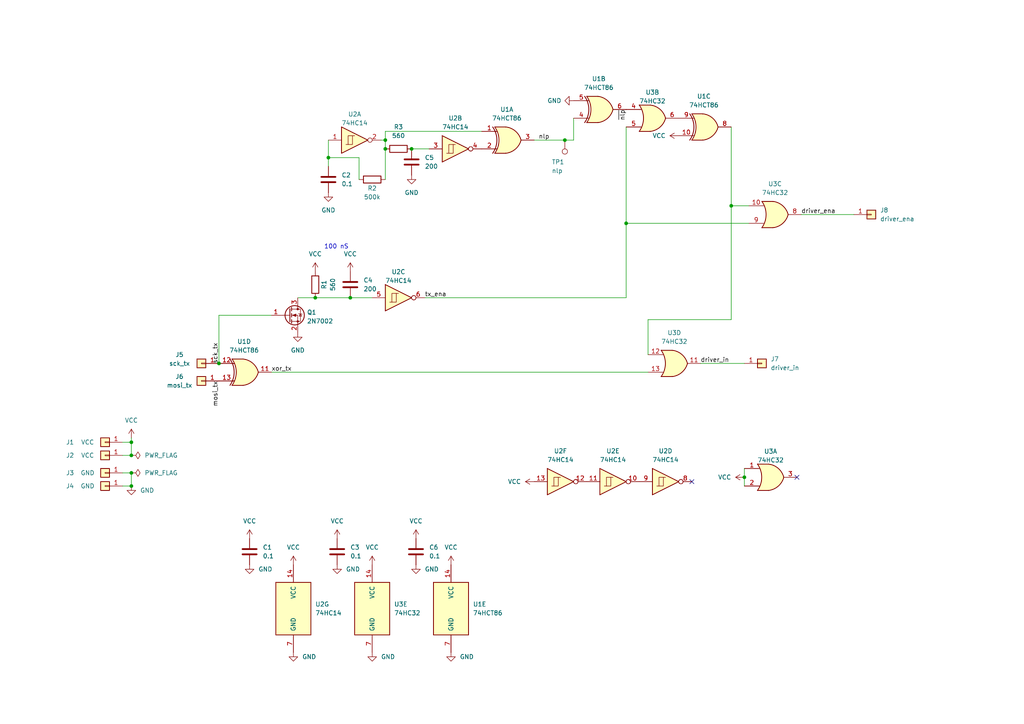
<source format=kicad_sch>
(kicad_sch (version 20211123) (generator eeschema)
  (paper "A4")
  (lib_symbols
    (symbol "74xx:74HC14" (pin_names (offset 1.016))
      (property "Reference" "U" (at 0 1.27 0))
      (property "Value" "74HC14" (at 0 -1.27 0))
      (symbol "74HC14_1_0"
        (polyline (pts (xy -3.81 3.81) (xy -3.81 -3.81) (xy 3.81 0) (xy -3.81 3.81)) (stroke (width 0.254)) (fill (type background)))
        (pin input line (at -7.62 0 0) (length 3.81) (name "~") (number "1"))
        (pin output inverted (at 7.62 0 180) (length 3.81) (name "~") (number "2"))
      )
      (symbol "74HC14_1_1"
        (polyline (pts (xy -1.905 -1.27) (xy -1.905 1.27) (xy -0.635 1.27)))
        (polyline (pts (xy -2.54 -1.27) (xy -0.635 -1.27) (xy -0.635 1.27) (xy 0 1.27)))
      )
      (symbol "74HC14_2_0"
        (polyline (pts (xy -3.81 3.81) (xy -3.81 -3.81) (xy 3.81 0) (xy -3.81 3.81)) (stroke (width 0.254)) (fill (type background)))
        (pin input line (at -7.62 0 0) (length 3.81) (name "~") (number "3"))
        (pin output inverted (at 7.62 0 180) (length 3.81) (name "~") (number "4"))
      )
      (symbol "74HC14_2_1"
        (polyline (pts (xy -1.905 -1.27) (xy -1.905 1.27) (xy -0.635 1.27)))
        (polyline (pts (xy -2.54 -1.27) (xy -0.635 -1.27) (xy -0.635 1.27) (xy 0 1.27)))
      )
      (symbol "74HC14_3_0"
        (polyline (pts (xy -3.81 3.81) (xy -3.81 -3.81) (xy 3.81 0) (xy -3.81 3.81)) (stroke (width 0.254)) (fill (type background)))
        (pin input line (at -7.62 0 0) (length 3.81) (name "~") (number "5"))
        (pin output inverted (at 7.62 0 180) (length 3.81) (name "~") (number "6"))
      )
      (symbol "74HC14_3_1"
        (polyline (pts (xy -1.905 -1.27) (xy -1.905 1.27) (xy -0.635 1.27)))
        (polyline (pts (xy -2.54 -1.27) (xy -0.635 -1.27) (xy -0.635 1.27) (xy 0 1.27)))
      )
      (symbol "74HC14_4_0"
        (polyline (pts (xy -3.81 3.81) (xy -3.81 -3.81) (xy 3.81 0) (xy -3.81 3.81)) (stroke (width 0.254)) (fill (type background)))
        (pin output inverted (at 7.62 0 180) (length 3.81) (name "~") (number "8"))
        (pin input line (at -7.62 0 0) (length 3.81) (name "~") (number "9"))
      )
      (symbol "74HC14_4_1"
        (polyline (pts (xy -1.905 -1.27) (xy -1.905 1.27) (xy -0.635 1.27)))
        (polyline (pts (xy -2.54 -1.27) (xy -0.635 -1.27) (xy -0.635 1.27) (xy 0 1.27)))
      )
      (symbol "74HC14_5_0"
        (polyline (pts (xy -3.81 3.81) (xy -3.81 -3.81) (xy 3.81 0) (xy -3.81 3.81)) (stroke (width 0.254)) (fill (type background)))
        (pin output inverted (at 7.62 0 180) (length 3.81) (name "~") (number "10"))
        (pin input line (at -7.62 0 0) (length 3.81) (name "~") (number "11"))
      )
      (symbol "74HC14_5_1"
        (polyline (pts (xy -1.905 -1.27) (xy -1.905 1.27) (xy -0.635 1.27)))
        (polyline (pts (xy -2.54 -1.27) (xy -0.635 -1.27) (xy -0.635 1.27) (xy 0 1.27)))
      )
      (symbol "74HC14_6_0"
        (polyline (pts (xy -3.81 3.81) (xy -3.81 -3.81) (xy 3.81 0) (xy -3.81 3.81)) (stroke (width 0.254)) (fill (type background)))
        (pin output inverted (at 7.62 0 180) (length 3.81) (name "~") (number "12"))
        (pin input line (at -7.62 0 0) (length 3.81) (name "~") (number "13"))
      )
      (symbol "74HC14_6_1"
        (polyline (pts (xy -1.905 -1.27) (xy -1.905 1.27) (xy -0.635 1.27)))
        (polyline (pts (xy -2.54 -1.27) (xy -0.635 -1.27) (xy -0.635 1.27) (xy 0 1.27)))
      )
      (symbol "74HC14_7_0"
        (pin power_in line (at 0 12.7 270) (length 5.08) (name "VCC") (number "14"))
        (pin power_in line (at 0 -12.7 90) (length 5.08) (name "GND") (number "7"))
      )
      (symbol "74HC14_7_1"
        (rectangle (start -5.08 7.62) (end 5.08 -7.62) (stroke (width 0.254)) (fill (type background)))
      )
    )
    (symbol "74xx:74HC86" (pin_names (offset 1.016))
      (property "Reference" "U" (at 0 1.27 0))
      (property "Value" "74HC86" (at 0 -1.27 0))
      (symbol "74HC86_1_0"
        (arc (start -4.4196 -3.81) (mid -3.2033 0) (end -4.4196 3.81) (stroke (width 0.254)))
        (arc (start -3.81 -3.81) (mid -2.589 0) (end -3.81 3.81) (stroke (width 0.254)))
        (arc (start -0.6096 -3.81) (mid 2.1842 -2.5851) (end 3.81 0) (stroke (width 0.254)) (fill (type background)))
        (polyline (pts (xy -3.81 -3.81) (xy -0.635 -3.81)) (stroke (width 0.254)) (fill (type background)))
        (polyline (pts (xy -3.81 3.81) (xy -0.635 3.81)) (stroke (width 0.254)) (fill (type background)))
        (polyline (pts (xy -0.635 3.81) (xy -3.81 3.81) (xy -3.81 3.81) (xy -3.556 3.4036) (xy -3.0226 2.2606) (xy -2.6924 1.0414) (xy -2.6162 -0.254) (xy -2.7686 -1.4986) (xy -3.175 -2.7178) (xy -3.81 -3.81) (xy -3.81 -3.81) (xy -0.635 -3.81)) (stroke (width -25.4)) (fill (type background)))
        (arc (start 3.81 0) (mid 2.1915 2.5936) (end -0.6096 3.81) (stroke (width 0.254)) (fill (type background)))
        (pin input line (at -7.62 2.54 0) (length 4.445) (name "~") (number "1"))
        (pin input line (at -7.62 -2.54 0) (length 4.445) (name "~") (number "2"))
        (pin output line (at 7.62 0 180) (length 3.81) (name "~") (number "3"))
      )
      (symbol "74HC86_1_1"
        (polyline (pts (xy -3.81 -2.54) (xy -3.175 -2.54)) (stroke (width 0.1524)))
        (polyline (pts (xy -3.81 2.54) (xy -3.175 2.54)) (stroke (width 0.1524)))
      )
      (symbol "74HC86_2_0"
        (arc (start -4.4196 -3.81) (mid -3.2033 0) (end -4.4196 3.81) (stroke (width 0.254)))
        (arc (start -3.81 -3.81) (mid -2.589 0) (end -3.81 3.81) (stroke (width 0.254)))
        (arc (start -0.6096 -3.81) (mid 2.1842 -2.5851) (end 3.81 0) (stroke (width 0.254)) (fill (type background)))
        (polyline (pts (xy -3.81 -3.81) (xy -0.635 -3.81)) (stroke (width 0.254)) (fill (type background)))
        (polyline (pts (xy -3.81 3.81) (xy -0.635 3.81)) (stroke (width 0.254)) (fill (type background)))
        (polyline (pts (xy -0.635 3.81) (xy -3.81 3.81) (xy -3.81 3.81) (xy -3.556 3.4036) (xy -3.0226 2.2606) (xy -2.6924 1.0414) (xy -2.6162 -0.254) (xy -2.7686 -1.4986) (xy -3.175 -2.7178) (xy -3.81 -3.81) (xy -3.81 -3.81) (xy -0.635 -3.81)) (stroke (width -25.4)) (fill (type background)))
        (arc (start 3.81 0) (mid 2.1915 2.5936) (end -0.6096 3.81) (stroke (width 0.254)) (fill (type background)))
        (pin input line (at -7.62 2.54 0) (length 4.445) (name "~") (number "4"))
        (pin input line (at -7.62 -2.54 0) (length 4.445) (name "~") (number "5"))
        (pin output line (at 7.62 0 180) (length 3.81) (name "~") (number "6"))
      )
      (symbol "74HC86_2_1"
        (polyline (pts (xy -3.81 -2.54) (xy -3.175 -2.54)) (stroke (width 0.1524)))
        (polyline (pts (xy -3.81 2.54) (xy -3.175 2.54)) (stroke (width 0.1524)))
      )
      (symbol "74HC86_3_0"
        (arc (start -4.4196 -3.81) (mid -3.2033 0) (end -4.4196 3.81) (stroke (width 0.254)))
        (arc (start -3.81 -3.81) (mid -2.589 0) (end -3.81 3.81) (stroke (width 0.254)))
        (arc (start -0.6096 -3.81) (mid 2.1842 -2.5851) (end 3.81 0) (stroke (width 0.254)) (fill (type background)))
        (polyline (pts (xy -3.81 -3.81) (xy -0.635 -3.81)) (stroke (width 0.254)) (fill (type background)))
        (polyline (pts (xy -3.81 3.81) (xy -0.635 3.81)) (stroke (width 0.254)) (fill (type background)))
        (polyline (pts (xy -0.635 3.81) (xy -3.81 3.81) (xy -3.81 3.81) (xy -3.556 3.4036) (xy -3.0226 2.2606) (xy -2.6924 1.0414) (xy -2.6162 -0.254) (xy -2.7686 -1.4986) (xy -3.175 -2.7178) (xy -3.81 -3.81) (xy -3.81 -3.81) (xy -0.635 -3.81)) (stroke (width -25.4)) (fill (type background)))
        (arc (start 3.81 0) (mid 2.1915 2.5936) (end -0.6096 3.81) (stroke (width 0.254)) (fill (type background)))
        (pin input line (at -7.62 -2.54 0) (length 4.445) (name "~") (number "10"))
        (pin output line (at 7.62 0 180) (length 3.81) (name "~") (number "8"))
        (pin input line (at -7.62 2.54 0) (length 4.445) (name "~") (number "9"))
      )
      (symbol "74HC86_3_1"
        (polyline (pts (xy -3.81 -2.54) (xy -3.175 -2.54)) (stroke (width 0.1524)))
        (polyline (pts (xy -3.81 2.54) (xy -3.175 2.54)) (stroke (width 0.1524)))
      )
      (symbol "74HC86_4_0"
        (arc (start -4.4196 -3.81) (mid -3.2033 0) (end -4.4196 3.81) (stroke (width 0.254)))
        (arc (start -3.81 -3.81) (mid -2.589 0) (end -3.81 3.81) (stroke (width 0.254)))
        (arc (start -0.6096 -3.81) (mid 2.1842 -2.5851) (end 3.81 0) (stroke (width 0.254)) (fill (type background)))
        (polyline (pts (xy -3.81 -3.81) (xy -0.635 -3.81)) (stroke (width 0.254)) (fill (type background)))
        (polyline (pts (xy -3.81 3.81) (xy -0.635 3.81)) (stroke (width 0.254)) (fill (type background)))
        (polyline (pts (xy -0.635 3.81) (xy -3.81 3.81) (xy -3.81 3.81) (xy -3.556 3.4036) (xy -3.0226 2.2606) (xy -2.6924 1.0414) (xy -2.6162 -0.254) (xy -2.7686 -1.4986) (xy -3.175 -2.7178) (xy -3.81 -3.81) (xy -3.81 -3.81) (xy -0.635 -3.81)) (stroke (width -25.4)) (fill (type background)))
        (arc (start 3.81 0) (mid 2.1915 2.5936) (end -0.6096 3.81) (stroke (width 0.254)) (fill (type background)))
        (pin output line (at 7.62 0 180) (length 3.81) (name "~") (number "11"))
        (pin input line (at -7.62 2.54 0) (length 4.445) (name "~") (number "12"))
        (pin input line (at -7.62 -2.54 0) (length 4.445) (name "~") (number "13"))
      )
      (symbol "74HC86_4_1"
        (polyline (pts (xy -3.81 -2.54) (xy -3.175 -2.54)) (stroke (width 0.1524)))
        (polyline (pts (xy -3.81 2.54) (xy -3.175 2.54)) (stroke (width 0.1524)))
      )
      (symbol "74HC86_5_0"
        (pin power_in line (at 0 12.7 270) (length 5.08) (name "VCC") (number "14"))
        (pin power_in line (at 0 -12.7 90) (length 5.08) (name "GND") (number "7"))
      )
      (symbol "74HC86_5_1"
        (rectangle (start -5.08 7.62) (end 5.08 -7.62) (stroke (width 0.254)) (fill (type background)))
      )
    )
    (symbol "74xx:74LS32" (pin_names (offset 1.016))
      (property "Reference" "U" (at 0 1.27 0))
      (property "Value" "74LS32" (at 0 -1.27 0))
      (symbol "74LS32_1_1"
        (arc (start -3.81 -3.81) (mid -2.589 0) (end -3.81 3.81) (stroke (width 0.254)))
        (arc (start -0.6096 -3.81) (mid 2.1842 -2.5851) (end 3.81 0) (stroke (width 0.254)) (fill (type background)))
        (polyline (pts (xy -3.81 -3.81) (xy -0.635 -3.81)) (stroke (width 0.254)) (fill (type background)))
        (polyline (pts (xy -3.81 3.81) (xy -0.635 3.81)) (stroke (width 0.254)) (fill (type background)))
        (polyline (pts (xy -0.635 3.81) (xy -3.81 3.81) (xy -3.81 3.81) (xy -3.556 3.4036) (xy -3.0226 2.2606) (xy -2.6924 1.0414) (xy -2.6162 -0.254) (xy -2.7686 -1.4986) (xy -3.175 -2.7178) (xy -3.81 -3.81) (xy -3.81 -3.81) (xy -0.635 -3.81)) (stroke (width -25.4)) (fill (type background)))
        (arc (start 3.81 0) (mid 2.1915 2.5936) (end -0.6096 3.81) (stroke (width 0.254)) (fill (type background)))
        (pin input line (at -7.62 2.54 0) (length 4.318) (name "~") (number "1"))
        (pin input line (at -7.62 -2.54 0) (length 4.318) (name "~") (number "2"))
        (pin output line (at 7.62 0 180) (length 3.81) (name "~") (number "3"))
      )
      (symbol "74LS32_1_2"
        (arc (start 0 -3.81) (mid 3.81 0) (end 0 3.81) (stroke (width 0.254)) (fill (type background)))
        (polyline (pts (xy 0 3.81) (xy -3.81 3.81) (xy -3.81 -3.81) (xy 0 -3.81)) (stroke (width 0.254)) (fill (type background)))
        (pin input inverted (at -7.62 2.54 0) (length 3.81) (name "~") (number "1"))
        (pin input inverted (at -7.62 -2.54 0) (length 3.81) (name "~") (number "2"))
        (pin output inverted (at 7.62 0 180) (length 3.81) (name "~") (number "3"))
      )
      (symbol "74LS32_2_1"
        (arc (start -3.81 -3.81) (mid -2.589 0) (end -3.81 3.81) (stroke (width 0.254)))
        (arc (start -0.6096 -3.81) (mid 2.1842 -2.5851) (end 3.81 0) (stroke (width 0.254)) (fill (type background)))
        (polyline (pts (xy -3.81 -3.81) (xy -0.635 -3.81)) (stroke (width 0.254)) (fill (type background)))
        (polyline (pts (xy -3.81 3.81) (xy -0.635 3.81)) (stroke (width 0.254)) (fill (type background)))
        (polyline (pts (xy -0.635 3.81) (xy -3.81 3.81) (xy -3.81 3.81) (xy -3.556 3.4036) (xy -3.0226 2.2606) (xy -2.6924 1.0414) (xy -2.6162 -0.254) (xy -2.7686 -1.4986) (xy -3.175 -2.7178) (xy -3.81 -3.81) (xy -3.81 -3.81) (xy -0.635 -3.81)) (stroke (width -25.4)) (fill (type background)))
        (arc (start 3.81 0) (mid 2.1915 2.5936) (end -0.6096 3.81) (stroke (width 0.254)) (fill (type background)))
        (pin input line (at -7.62 2.54 0) (length 4.318) (name "~") (number "4"))
        (pin input line (at -7.62 -2.54 0) (length 4.318) (name "~") (number "5"))
        (pin output line (at 7.62 0 180) (length 3.81) (name "~") (number "6"))
      )
      (symbol "74LS32_2_2"
        (arc (start 0 -3.81) (mid 3.81 0) (end 0 3.81) (stroke (width 0.254)) (fill (type background)))
        (polyline (pts (xy 0 3.81) (xy -3.81 3.81) (xy -3.81 -3.81) (xy 0 -3.81)) (stroke (width 0.254)) (fill (type background)))
        (pin input inverted (at -7.62 2.54 0) (length 3.81) (name "~") (number "4"))
        (pin input inverted (at -7.62 -2.54 0) (length 3.81) (name "~") (number "5"))
        (pin output inverted (at 7.62 0 180) (length 3.81) (name "~") (number "6"))
      )
      (symbol "74LS32_3_1"
        (arc (start -3.81 -3.81) (mid -2.589 0) (end -3.81 3.81) (stroke (width 0.254)))
        (arc (start -0.6096 -3.81) (mid 2.1842 -2.5851) (end 3.81 0) (stroke (width 0.254)) (fill (type background)))
        (polyline (pts (xy -3.81 -3.81) (xy -0.635 -3.81)) (stroke (width 0.254)) (fill (type background)))
        (polyline (pts (xy -3.81 3.81) (xy -0.635 3.81)) (stroke (width 0.254)) (fill (type background)))
        (polyline (pts (xy -0.635 3.81) (xy -3.81 3.81) (xy -3.81 3.81) (xy -3.556 3.4036) (xy -3.0226 2.2606) (xy -2.6924 1.0414) (xy -2.6162 -0.254) (xy -2.7686 -1.4986) (xy -3.175 -2.7178) (xy -3.81 -3.81) (xy -3.81 -3.81) (xy -0.635 -3.81)) (stroke (width -25.4)) (fill (type background)))
        (arc (start 3.81 0) (mid 2.1915 2.5936) (end -0.6096 3.81) (stroke (width 0.254)) (fill (type background)))
        (pin input line (at -7.62 -2.54 0) (length 4.318) (name "~") (number "10"))
        (pin output line (at 7.62 0 180) (length 3.81) (name "~") (number "8"))
        (pin input line (at -7.62 2.54 0) (length 4.318) (name "~") (number "9"))
      )
      (symbol "74LS32_3_2"
        (arc (start 0 -3.81) (mid 3.81 0) (end 0 3.81) (stroke (width 0.254)) (fill (type background)))
        (polyline (pts (xy 0 3.81) (xy -3.81 3.81) (xy -3.81 -3.81) (xy 0 -3.81)) (stroke (width 0.254)) (fill (type background)))
        (pin input inverted (at -7.62 -2.54 0) (length 3.81) (name "~") (number "10"))
        (pin output inverted (at 7.62 0 180) (length 3.81) (name "~") (number "8"))
        (pin input inverted (at -7.62 2.54 0) (length 3.81) (name "~") (number "9"))
      )
      (symbol "74LS32_4_1"
        (arc (start -3.81 -3.81) (mid -2.589 0) (end -3.81 3.81) (stroke (width 0.254)))
        (arc (start -0.6096 -3.81) (mid 2.1842 -2.5851) (end 3.81 0) (stroke (width 0.254)) (fill (type background)))
        (polyline (pts (xy -3.81 -3.81) (xy -0.635 -3.81)) (stroke (width 0.254)) (fill (type background)))
        (polyline (pts (xy -3.81 3.81) (xy -0.635 3.81)) (stroke (width 0.254)) (fill (type background)))
        (polyline (pts (xy -0.635 3.81) (xy -3.81 3.81) (xy -3.81 3.81) (xy -3.556 3.4036) (xy -3.0226 2.2606) (xy -2.6924 1.0414) (xy -2.6162 -0.254) (xy -2.7686 -1.4986) (xy -3.175 -2.7178) (xy -3.81 -3.81) (xy -3.81 -3.81) (xy -0.635 -3.81)) (stroke (width -25.4)) (fill (type background)))
        (arc (start 3.81 0) (mid 2.1915 2.5936) (end -0.6096 3.81) (stroke (width 0.254)) (fill (type background)))
        (pin output line (at 7.62 0 180) (length 3.81) (name "~") (number "11"))
        (pin input line (at -7.62 2.54 0) (length 4.318) (name "~") (number "12"))
        (pin input line (at -7.62 -2.54 0) (length 4.318) (name "~") (number "13"))
      )
      (symbol "74LS32_4_2"
        (arc (start 0 -3.81) (mid 3.81 0) (end 0 3.81) (stroke (width 0.254)) (fill (type background)))
        (polyline (pts (xy 0 3.81) (xy -3.81 3.81) (xy -3.81 -3.81) (xy 0 -3.81)) (stroke (width 0.254)) (fill (type background)))
        (pin output inverted (at 7.62 0 180) (length 3.81) (name "~") (number "11"))
        (pin input inverted (at -7.62 2.54 0) (length 3.81) (name "~") (number "12"))
        (pin input inverted (at -7.62 -2.54 0) (length 3.81) (name "~") (number "13"))
      )
      (symbol "74LS32_5_0"
        (pin power_in line (at 0 12.7 270) (length 5.08) (name "VCC") (number "14"))
        (pin power_in line (at 0 -12.7 90) (length 5.08) (name "GND") (number "7"))
      )
      (symbol "74LS32_5_1"
        (rectangle (start -5.08 7.62) (end 5.08 -7.62) (stroke (width 0.254)) (fill (type background)))
      )
    )
    (symbol "Connector:TestPoint" (pin_numbers hide) (pin_names (offset 0.762) hide)
      (property "Reference" "TP" (at 0 6.858 0))
      (property "Value" "TestPoint" (at 0 5.08 0))
      (symbol "TestPoint_0_1"
        (circle (center 0 3.302) (radius 0.762))
      )
      (symbol "TestPoint_1_1"
        (pin passive line (at 0 0 90) (length 2.54) (name "1") (number "1"))
      )
    )
    (symbol "Connector_Generic:Conn_01x01" (pin_names (offset 1.016) hide)
      (property "Reference" "J" (at 0 2.54 0))
      (property "Value" "Conn_01x01" (at 0 -2.54 0))
      (symbol "Conn_01x01_1_1"
        (rectangle (start -1.27 0.127) (end 0 -0.127) (stroke (width 0.1524)))
        (rectangle (start -1.27 1.27) (end 1.27 -1.27) (stroke (width 0.254)) (fill (type background)))
        (pin passive line (at -5.08 0 0) (length 3.81) (name "Pin_1") (number "1"))
      )
    )
    (symbol "Device:C" (pin_numbers hide) (pin_names (offset 0.254))
      (property "Reference" "C" (at 0.635 2.54 0))
      (property "Value" "C" (at 0.635 -2.54 0))
      (symbol "C_0_1"
        (polyline (pts (xy -2.032 -0.762) (xy 2.032 -0.762)) (stroke (width 0.508)))
        (polyline (pts (xy -2.032 0.762) (xy 2.032 0.762)) (stroke (width 0.508)))
      )
      (symbol "C_1_1"
        (pin passive line (at 0 3.81 270) (length 2.794) (name "~") (number "1"))
        (pin passive line (at 0 -3.81 90) (length 2.794) (name "~") (number "2"))
      )
    )
    (symbol "Device:Q_NMOS_GSD" (pin_names (offset 0) hide)
      (property "Reference" "Q" (at 5.08 1.27 0))
      (property "Value" "Q_NMOS_GSD" (at 5.08 -1.27 0))
      (symbol "Q_NMOS_GSD_0_1"
        (polyline (pts (xy 0.254 0) (xy -2.54 0)))
        (polyline (pts (xy 0.254 1.905) (xy 0.254 -1.905)) (stroke (width 0.254)))
        (polyline (pts (xy 0.762 -1.27) (xy 0.762 -2.286)) (stroke (width 0.254)))
        (polyline (pts (xy 0.762 0.508) (xy 0.762 -0.508)) (stroke (width 0.254)))
        (polyline (pts (xy 0.762 2.286) (xy 0.762 1.27)) (stroke (width 0.254)))
        (polyline (pts (xy 2.54 2.54) (xy 2.54 1.778)))
        (polyline (pts (xy 2.54 -2.54) (xy 2.54 0) (xy 0.762 0)))
        (polyline (pts (xy 0.762 -1.778) (xy 3.302 -1.778) (xy 3.302 1.778) (xy 0.762 1.778)))
        (polyline (pts (xy 1.016 0) (xy 2.032 0.381) (xy 2.032 -0.381) (xy 1.016 0)) (fill (type outline)))
        (polyline (pts (xy 2.794 0.508) (xy 2.921 0.381) (xy 3.683 0.381) (xy 3.81 0.254)))
        (polyline (pts (xy 3.302 0.381) (xy 2.921 -0.254) (xy 3.683 -0.254) (xy 3.302 0.381)))
        (circle (center 1.651 0) (radius 2.794) (stroke (width 0.254)))
        (circle (center 2.54 -1.778) (radius 0.254) (fill (type outline)))
        (circle (center 2.54 1.778) (radius 0.254) (fill (type outline)))
      )
      (symbol "Q_NMOS_GSD_1_1"
        (pin input line (at -5.08 0 0) (length 2.54) (name "G") (number "1"))
        (pin passive line (at 2.54 -5.08 90) (length 2.54) (name "S") (number "2"))
        (pin passive line (at 2.54 5.08 270) (length 2.54) (name "D") (number "3"))
      )
    )
    (symbol "Device:R" (pin_numbers hide) (pin_names (offset 0))
      (property "Reference" "R" (at 2.032 0 90))
      (property "Value" "R" (at 0 0 90))
      (symbol "R_0_1"
        (rectangle (start -1.016 -2.54) (end 1.016 2.54) (stroke (width 0.254)))
      )
      (symbol "R_1_1"
        (pin passive line (at 0 3.81 270) (length 1.27) (name "~") (number "1"))
        (pin passive line (at 0 -3.81 90) (length 1.27) (name "~") (number "2"))
      )
    )
    (symbol "power:GND" (power) (pin_names (offset 0))
      (property "Value" "GND" (at 0 -3.81 0))
      (symbol "GND_0_1"
        (polyline (pts (xy 0 0) (xy 0 -1.27) (xy 1.27 -1.27) (xy 0 -2.54) (xy -1.27 -1.27) (xy 0 -1.27)))
      )
      (symbol "GND_1_1"
        (pin power_in line (at 0 0 270) (length 0) hide (name "GND") (number "1"))
      )
    )
    (symbol "power:PWR_FLAG" (power) (pin_numbers hide) (pin_names (offset 0) hide)
      (property "Value" "PWR_FLAG" (at 0 3.81 0))
      (symbol "PWR_FLAG_0_0"
        (pin power_out line (at 0 0 90) (length 0) (name "pwr") (number "1"))
      )
      (symbol "PWR_FLAG_0_1"
        (polyline (pts (xy 0 0) (xy 0 1.27) (xy -1.016 1.905) (xy 0 2.54) (xy 1.016 1.905) (xy 0 1.27)))
      )
    )
    (symbol "power:VCC" (power) (pin_names (offset 0))
      (property "Value" "VCC" (at 0 3.81 0))
      (symbol "VCC_0_1"
        (polyline (pts (xy -0.762 1.27) (xy 0 2.54)))
        (polyline (pts (xy 0 0) (xy 0 2.54)))
        (polyline (pts (xy 0 2.54) (xy 0.762 1.27)))
      )
      (symbol "VCC_1_1"
        (pin power_in line (at 0 0 90) (length 0) hide (name "VCC") (number "1"))
      )
    )
  )
  (junction (at 38.1 137.16))
  (junction (at 215.9 138.43))
  (junction (at 111.76 40.64))
  (junction (at 63.5 105.41))
  (junction (at 212.09 59.69))
  (junction (at 38.1 132.08))
  (junction (at 95.25 45.72))
  (junction (at 181.61 64.77))
  (junction (at 91.44 86.36))
  (junction (at 119.38 43.18))
  (junction (at 163.83 40.64))
  (junction (at 38.1 128.27))
  (junction (at 111.76 43.18))
  (junction (at 38.1 140.97))
  (junction (at 101.6 86.36))
  (no_connect (at 200.66 139.7))
  (no_connect (at 231.14 138.43))
  (wire (pts (xy 154.94 40.64) (xy 163.83 40.64)))
  (wire (pts (xy 38.1 128.27) (xy 38.1 127)))
  (wire (pts (xy 104.14 45.72) (xy 104.14 52.07)))
  (wire (pts (xy 95.25 45.72) (xy 95.25 48.26)))
  (wire (pts (xy 111.76 38.1) (xy 139.7 38.1)))
  (wire (pts (xy 215.9 135.89) (xy 215.9 138.43)))
  (wire (pts (xy 111.76 40.64) (xy 111.76 38.1)))
  (wire (pts (xy 212.09 36.83) (xy 212.09 59.69)))
  (wire (pts (xy 181.61 64.77) (xy 181.61 36.83)))
  (wire (pts (xy 35.56 128.27) (xy 38.1 128.27)))
  (wire (pts (xy 187.96 92.71) (xy 187.96 102.87)))
  (wire (pts (xy 111.76 43.18) (xy 111.76 40.64)))
  (wire (pts (xy 166.37 34.29) (xy 166.37 40.64)))
  (wire (pts (xy 232.41 62.23) (xy 247.65 62.23)))
  (wire (pts (xy 35.56 132.08) (xy 38.1 132.08)))
  (wire (pts (xy 86.36 86.36) (xy 91.44 86.36)))
  (wire (pts (xy 38.1 137.16) (xy 38.1 140.97)))
  (wire (pts (xy 119.38 43.18) (xy 124.46 43.18)))
  (wire (pts (xy 212.09 59.69) (xy 217.17 59.69)))
  (wire (pts (xy 212.09 59.69) (xy 212.09 92.71)))
  (wire (pts (xy 95.25 45.72) (xy 104.14 45.72)))
  (wire (pts (xy 111.76 52.07) (xy 111.76 43.18)))
  (wire (pts (xy 110.49 40.64) (xy 111.76 40.64)))
  (wire (pts (xy 181.61 86.36) (xy 181.61 64.77)))
  (wire (pts (xy 215.9 138.43) (xy 215.9 140.97)))
  (wire (pts (xy 203.2 105.41) (xy 215.9 105.41)))
  (wire (pts (xy 101.6 86.36) (xy 107.95 86.36)))
  (wire (pts (xy 63.5 91.44) (xy 78.74 91.44)))
  (wire (pts (xy 123.19 86.36) (xy 181.61 86.36)))
  (wire (pts (xy 38.1 132.08) (xy 38.1 128.27)))
  (wire (pts (xy 212.09 92.71) (xy 187.96 92.71)))
  (wire (pts (xy 35.56 137.16) (xy 38.1 137.16)))
  (wire (pts (xy 181.61 64.77) (xy 217.17 64.77)))
  (wire (pts (xy 95.25 40.64) (xy 95.25 45.72)))
  (wire (pts (xy 78.74 107.95) (xy 187.96 107.95)))
  (wire (pts (xy 63.5 105.41) (xy 63.5 91.44)))
  (wire (pts (xy 91.44 86.36) (xy 101.6 86.36)))
  (wire (pts (xy 35.56 140.97) (xy 38.1 140.97)))
  (wire (pts (xy 163.83 40.64) (xy 166.37 40.64)))
  (text "100 nS" (at 93.98 72.39 0) (effects (font (size 1.27 1.27)) (justify left bottom)))
  (label "driver_ena" (at 232.41 62.23 0))
  (label "nlp" (at 156.21 40.64 0))
  (label "tx_ena" (at 123.19 86.36 0))
  (label "xor_tx" (at 78.74 107.95 0))
  (label "mosi_tx" (at 63.5 110.49 270))
  (label "driver_in" (at 203.2 105.41 0))
  (label "~{nlp}" (at 181.61 31.75 270))
  (label "sck_tx" (at 63.5 105.41 90))
  (symbol (lib_id "power:VCC") (at 120.65 156.21 0) (unit 1)
    (property "Reference" "#PWR016" (effects hide))
    (property "Value" "VCC" (at 120.65 151.13 0))
  )
  (symbol (lib_id "74xx:74HC86") (at 147.32 40.64 0) (unit 1)
    (property "Reference" "U1" (at 147.0152 31.75 0))
    (property "Value" "74HCT86" (at 147.0152 34.29 0))
    (property "Footprint" "Package_DIP:DIP-14_W7.62mm" (effects hide))
    (property "Datasheet" "http://www.ti.com/lit/gpn/sn74HC86" (effects hide))
  )
  (symbol (lib_id "Device:R") (at 91.44 82.55 180) (unit 1)
    (property "Reference" "R1" (at 93.98 82.55 90))
    (property "Value" "560" (at 96.52 82.55 90))
    (property "Footprint" "Resistor_SMD:R_0805_2012Metric" (effects hide))
  )
  (symbol (lib_id "power:PWR_FLAG") (at 38.1 137.16 270) (unit 1)
    (property "Reference" "#FLG02" (effects hide))
    (property "Value" "PWR_FLAG" (at 41.91 137.1599 90) (effects (justify left)))
  )
  (symbol (lib_id "power:VCC") (at 107.95 163.83 0) (unit 1)
    (property "Reference" "#PWR013" (effects hide))
    (property "Value" "VCC" (at 107.95 158.75 0))
  )
  (symbol (lib_id "power:VCC") (at 215.9 138.43 90) (unit 1)
    (property "Reference" "#PWR022" (effects hide))
    (property "Value" "VCC" (at 212.09 138.4299 90) (effects (justify left)))
  )
  (symbol (lib_id "74xx:74HC86") (at 130.81 176.53 0) (unit 5)
    (property "Reference" "U1" (at 137.16 175.2599 0) (effects (justify left)))
    (property "Value" "74HCT86" (at 137.16 177.7999 0) (effects (justify left)))
    (property "Footprint" "Package_DIP:DIP-14_W7.62mm" (effects hide))
    (property "Datasheet" "http://www.ti.com/lit/gpn/sn74HC86" (effects hide))
  )
  (symbol (lib_id "power:GND") (at 72.39 163.83 0) (unit 1)
    (property "Reference" "#PWR04" (effects hide))
    (property "Value" "GND" (at 74.93 165.0999 0) (effects (justify left)))
  )
  (symbol (lib_id "Connector_Generic:Conn_01x01") (at 30.48 128.27 180) (unit 1)
    (property "Reference" "J1" (at 20.32 128.27 0))
    (property "Value" "VCC" (at 25.4 128.27 0))
    (property "Footprint" "Connector_Wire:SolderWire-0.5sqmm_1x01_D0.9mm_OD2.3mm_Relief" (effects hide))
  )
  (symbol (lib_id "74xx:74HC86") (at 71.12 107.95 0) (unit 4)
    (property "Reference" "U1" (at 70.8152 99.06 0))
    (property "Value" "74HCT86" (at 70.8152 101.6 0))
    (property "Footprint" "Package_DIP:DIP-14_W7.62mm" (effects hide))
    (property "Datasheet" "http://www.ti.com/lit/gpn/sn74HC86" (effects hide))
  )
  (symbol (lib_id "Device:C") (at 97.79 160.02 0) (unit 1)
    (property "Reference" "C3" (at 101.6 158.7499 0) (effects (justify left)))
    (property "Value" "0.1" (at 101.6 161.2899 0) (effects (justify left)))
    (property "Footprint" "Capacitor_SMD:C_0805_2012Metric" (effects hide))
  )
  (symbol (lib_id "74xx:74HC14") (at 162.56 139.7 0) (unit 6)
    (property "Reference" "U2" (at 162.56 130.81 0))
    (property "Value" "74HC14" (at 162.56 133.35 0))
    (property "Footprint" "Package_SO:SOIC-14_3.9x8.7mm_P1.27mm" (effects hide))
    (property "Datasheet" "http://www.ti.com/lit/gpn/sn74HC14" (effects hide))
  )
  (symbol (lib_id "Device:C") (at 101.6 82.55 0) (unit 1)
    (property "Reference" "C4" (at 105.41 81.2799 0) (effects (justify left)))
    (property "Value" "200" (at 105.41 83.8199 0) (effects (justify left)))
    (property "Footprint" "Capacitor_SMD:C_0805_2012Metric" (effects hide))
  )
  (symbol (lib_id "Connector_Generic:Conn_01x01") (at 30.48 132.08 180) (unit 1)
    (property "Reference" "J2" (at 20.32 132.08 0))
    (property "Value" "VCC" (at 25.4 132.08 0))
    (property "Footprint" "Connector_Wire:SolderWire-0.5sqmm_1x01_D0.9mm_OD2.3mm_Relief" (effects hide))
  )
  (symbol (lib_id "power:GND") (at 130.81 189.23 0) (unit 1)
    (property "Reference" "#PWR019" (effects hide))
    (property "Value" "GND" (at 133.35 190.4999 0) (effects (justify left)))
  )
  (symbol (lib_id "Connector_Generic:Conn_01x01") (at 58.42 105.41 180) (unit 1)
    (property "Reference" "J5" (at 52.07 102.87 0))
    (property "Value" "sck_tx" (at 52.07 105.41 0))
    (property "Footprint" "Connector_Wire:SolderWire-0.5sqmm_1x01_D0.9mm_OD2.3mm_Relief" (effects hide))
  )
  (symbol (lib_id "Connector_Generic:Conn_01x01") (at 58.42 110.49 180) (unit 1)
    (property "Reference" "J6" (at 52.07 109.22 0))
    (property "Value" "mosi_tx" (at 52.07 111.76 0))
    (property "Footprint" "Connector_Wire:SolderWire-0.5sqmm_1x01_D0.9mm_OD2.3mm_Relief" (effects hide))
  )
  (symbol (lib_id "power:VCC") (at 154.94 139.7 90) (unit 1)
    (property "Reference" "#PWR018" (effects hide))
    (property "Value" "VCC" (at 151.13 139.6999 90) (effects (justify left)))
  )
  (symbol (lib_id "74xx:74HC14") (at 115.57 86.36 0) (unit 3)
    (property "Reference" "U2" (at 115.57 78.8502 0))
    (property "Value" "74HC14" (at 115.57 81.3871 0))
    (property "Footprint" "Package_SO:SOIC-14_3.9x8.7mm_P1.27mm" (effects hide))
    (property "Datasheet" "http://www.ti.com/lit/gpn/sn74HC14" (effects hide))
  )
  (symbol (lib_id "power:VCC") (at 85.09 163.83 0) (unit 1)
    (property "Reference" "#PWR05" (effects hide))
    (property "Value" "VCC" (at 85.09 158.75 0))
  )
  (symbol (lib_id "power:VCC") (at 97.79 156.21 0) (unit 1)
    (property "Reference" "#PWR010" (effects hide))
    (property "Value" "VCC" (at 97.79 151.13 0))
  )
  (symbol (lib_id "power:VCC") (at 130.81 163.83 0) (unit 1)
    (property "Reference" "#PWR0101" (effects hide))
    (property "Value" "VCC" (at 130.81 158.75 0))
  )
  (symbol (lib_id "74xx:74HC86") (at 204.47 36.83 0) (unit 3)
    (property "Reference" "U1" (at 204.1652 27.94 0))
    (property "Value" "74HCT86" (at 204.1652 30.48 0))
    (property "Footprint" "Package_DIP:DIP-14_W7.62mm" (effects hide))
    (property "Datasheet" "http://www.ti.com/lit/gpn/sn74HC86" (effects hide))
  )
  (symbol (lib_id "power:VCC") (at 72.39 156.21 0) (unit 1)
    (property "Reference" "#PWR03" (effects hide))
    (property "Value" "VCC" (at 72.39 151.13 0))
  )
  (symbol (lib_id "74xx:74LS32") (at 107.95 176.53 0) (unit 5)
    (property "Reference" "U3" (at 114.3 175.2599 0) (effects (justify left)))
    (property "Value" "74HC32" (at 114.3 177.7999 0) (effects (justify left)))
    (property "Footprint" "Package_SO:SOIC-14_3.9x8.7mm_P1.27mm" (effects hide))
    (property "Datasheet" "http://www.ti.com/lit/gpn/sn74LS32" (effects hide))
  )
  (symbol (lib_id "power:GND") (at 97.79 163.83 0) (unit 1)
    (property "Reference" "#PWR011" (effects hide))
    (property "Value" "GND" (at 100.33 165.0999 0) (effects (justify left)))
  )
  (symbol (lib_id "Device:C") (at 72.39 160.02 0) (unit 1)
    (property "Reference" "C1" (at 76.2 158.7499 0) (effects (justify left)))
    (property "Value" "0.1" (at 76.2 161.2899 0) (effects (justify left)))
    (property "Footprint" "Capacitor_SMD:C_0805_2012Metric" (effects hide))
  )
  (symbol (lib_id "74xx:74LS32") (at 224.79 62.23 0) (mirror x) (unit 3)
    (property "Reference" "U3" (at 224.79 53.34 0))
    (property "Value" "74HC32" (at 224.79 55.88 0))
    (property "Footprint" "Package_SO:SOIC-14_3.9x8.7mm_P1.27mm" (effects hide))
    (property "Datasheet" "http://www.ti.com/lit/gpn/sn74LS32" (effects hide))
  )
  (symbol (lib_id "74xx:74HC14") (at 193.04 139.7 0) (unit 4)
    (property "Reference" "U2" (at 193.04 130.81 0))
    (property "Value" "74HC14" (at 193.04 133.35 0))
    (property "Footprint" "Package_SO:SOIC-14_3.9x8.7mm_P1.27mm" (effects hide))
    (property "Datasheet" "http://www.ti.com/lit/gpn/sn74HC14" (effects hide))
  )
  (symbol (lib_id "Connector_Generic:Conn_01x01") (at 30.48 140.97 180) (unit 1)
    (property "Reference" "J4" (at 20.32 140.97 0))
    (property "Value" "GND" (at 25.4 140.97 0))
    (property "Footprint" "Connector_Wire:SolderWire-0.5sqmm_1x01_D0.9mm_OD2.3mm_Relief" (effects hide))
  )
  (symbol (lib_id "power:VCC") (at 91.44 78.74 0) (unit 1)
    (property "Reference" "#PWR08" (effects hide))
    (property "Value" "VCC" (at 91.44 73.66 0))
  )
  (symbol (lib_id "74xx:74LS32") (at 189.23 34.29 0) (unit 2)
    (property "Reference" "U3" (at 189.23 26.7802 0))
    (property "Value" "74HC32" (at 189.23 29.3171 0))
    (property "Footprint" "Package_SO:SOIC-14_3.9x8.7mm_P1.27mm" (effects hide))
    (property "Datasheet" "http://www.ti.com/lit/gpn/sn74LS32" (effects hide))
  )
  (symbol (lib_id "Device:R") (at 107.95 52.07 90) (unit 1)
    (property "Reference" "R2" (at 107.95 54.61 90))
    (property "Value" "500k" (at 107.95 57.15 90))
    (property "Footprint" "Resistor_THT:R_Axial_DIN0207_L6.3mm_D2.5mm_P7.62mm_Horizontal" (effects hide))
  )
  (symbol (lib_id "74xx:74HC86") (at 173.99 31.75 0) (mirror x) (unit 2)
    (property "Reference" "U1" (at 173.6852 22.86 0))
    (property "Value" "74HCT86" (at 173.6852 25.4 0))
    (property "Footprint" "Package_DIP:DIP-14_W7.62mm" (effects hide))
    (property "Datasheet" "http://www.ti.com/lit/gpn/sn74HC86" (effects hide))
  )
  (symbol (lib_id "power:GND") (at 107.95 189.23 0) (unit 1)
    (property "Reference" "#PWR014" (effects hide))
    (property "Value" "GND" (at 110.49 190.4999 0) (effects (justify left)))
  )
  (symbol (lib_id "Connector_Generic:Conn_01x01") (at 252.73 62.23 0) (unit 1)
    (property "Reference" "J8" (at 255.27 60.9599 0) (effects (justify left)))
    (property "Value" "driver_ena" (at 255.27 63.4999 0) (effects (justify left)))
    (property "Footprint" "Connector_Wire:SolderWire-0.5sqmm_1x01_D0.9mm_OD2.3mm_Relief" (effects hide))
  )
  (symbol (lib_id "Device:C") (at 120.65 160.02 0) (unit 1)
    (property "Reference" "C6" (at 124.46 158.7499 0) (effects (justify left)))
    (property "Value" "0.1" (at 124.46 161.2899 0) (effects (justify left)))
    (property "Footprint" "Capacitor_SMD:C_0805_2012Metric" (effects hide))
  )
  (symbol (lib_id "74xx:74HC14") (at 85.09 176.53 0) (unit 7)
    (property "Reference" "U2" (at 91.44 175.2599 0) (effects (justify left)))
    (property "Value" "74HC14" (at 91.44 177.7999 0) (effects (justify left)))
    (property "Footprint" "Package_SO:SOIC-14_3.9x8.7mm_P1.27mm" (effects hide))
    (property "Datasheet" "http://www.ti.com/lit/gpn/sn74HC14" (effects hide))
  )
  (symbol (lib_id "power:PWR_FLAG") (at 38.1 132.08 270) (unit 1)
    (property "Reference" "#FLG01" (effects hide))
    (property "Value" "PWR_FLAG" (at 41.91 132.0799 90) (effects (justify left)))
  )
  (symbol (lib_id "power:GND") (at 95.25 55.88 0) (unit 1)
    (property "Reference" "#PWR09" (effects hide))
    (property "Value" "GND" (at 95.25 60.96 0))
  )
  (symbol (lib_id "74xx:74LS32") (at 195.58 105.41 0) (unit 4)
    (property "Reference" "U3" (at 195.58 96.52 0))
    (property "Value" "74HC32" (at 195.58 99.06 0))
    (property "Footprint" "Package_SO:SOIC-14_3.9x8.7mm_P1.27mm" (effects hide))
    (property "Datasheet" "http://www.ti.com/lit/gpn/sn74LS32" (effects hide))
  )
  (symbol (lib_id "Connector_Generic:Conn_01x01") (at 220.98 105.41 0) (unit 1)
    (property "Reference" "J7" (at 223.52 104.1399 0) (effects (justify left)))
    (property "Value" "driver_in" (at 223.52 106.6799 0) (effects (justify left)))
    (property "Footprint" "Connector_Wire:SolderWire-0.5sqmm_1x01_D0.9mm_OD2.3mm_Relief" (effects hide))
  )
  (symbol (lib_id "74xx:74HC14") (at 177.8 139.7 0) (unit 5)
    (property "Reference" "U2" (at 177.8 130.81 0))
    (property "Value" "74HC14" (at 177.8 133.35 0))
    (property "Footprint" "Package_SO:SOIC-14_3.9x8.7mm_P1.27mm" (effects hide))
    (property "Datasheet" "http://www.ti.com/lit/gpn/sn74HC14" (effects hide))
  )
  (symbol (lib_id "74xx:74LS32") (at 223.52 138.43 0) (unit 1)
    (property "Reference" "U3" (at 223.52 130.9202 0))
    (property "Value" "74HC32" (at 223.52 133.4571 0))
    (property "Footprint" "Package_SO:SOIC-14_3.9x8.7mm_P1.27mm" (effects hide))
    (property "Datasheet" "http://www.ti.com/lit/gpn/sn74LS32" (effects hide))
  )
  (symbol (lib_id "74xx:74HC14") (at 102.87 40.64 0) (unit 1)
    (property "Reference" "U2" (at 102.87 33.1302 0))
    (property "Value" "74HC14" (at 102.87 35.6671 0))
    (property "Footprint" "Package_SO:SOIC-14_3.9x8.7mm_P1.27mm" (effects hide))
    (property "Datasheet" "http://www.ti.com/lit/gpn/sn74HC14" (effects hide))
  )
  (symbol (lib_id "Device:Q_NMOS_GSD") (at 83.82 91.44 0) (unit 1)
    (property "Reference" "Q1" (at 89.027 90.6053 0) (effects (justify left)))
    (property "Value" "2N7002" (at 89.027 93.1422 0) (effects (justify left)))
    (property "Footprint" "Package_TO_SOT_SMD:SOT-23" (effects hide))
  )
  (symbol (lib_id "74xx:74HC14") (at 132.08 43.18 0) (unit 2)
    (property "Reference" "U2" (at 132.08 34.29 0))
    (property "Value" "74HC14" (at 132.08 36.83 0))
    (property "Footprint" "Package_SO:SOIC-14_3.9x8.7mm_P1.27mm" (effects hide))
    (property "Datasheet" "http://www.ti.com/lit/gpn/sn74HC14" (effects hide))
  )
  (symbol (lib_id "Device:C") (at 95.25 52.07 0) (unit 1)
    (property "Reference" "C2" (at 99.06 50.7999 0) (effects (justify left)))
    (property "Value" "0.1" (at 99.06 53.3399 0) (effects (justify left)))
    (property "Footprint" "Capacitor_THT:C_Disc_D4.3mm_W1.9mm_P5.00mm" (effects hide))
  )
  (symbol (lib_id "Connector:TestPoint") (at 163.83 40.64 180) (unit 1)
    (property "Reference" "TP1" (at 160.02 46.99 0) (effects (justify right)))
    (property "Value" "nlp" (at 160.02 49.53 0) (effects (justify right)))
    (property "Footprint" "TestPoint:TestPoint_Pad_D3.0mm" (effects hide))
  )
  (symbol (lib_id "power:GND") (at 38.1 140.97 0) (unit 1)
    (property "Reference" "#PWR02" (effects hide))
    (property "Value" "GND" (at 40.64 142.2399 0) (effects (justify left)))
  )
  (symbol (lib_id "power:GND") (at 86.36 96.52 0) (unit 1)
    (property "Reference" "#PWR07" (effects hide))
    (property "Value" "GND" (at 86.36 101.6 0))
  )
  (symbol (lib_id "power:VCC") (at 101.6 78.74 0) (unit 1)
    (property "Reference" "#PWR012" (effects hide))
    (property "Value" "VCC" (at 101.6 73.66 0))
  )
  (symbol (lib_id "power:VCC") (at 196.85 39.37 90) (unit 1)
    (property "Reference" "#PWR021" (effects hide))
    (property "Value" "VCC" (at 189.23 39.37 90) (effects (justify right)))
  )
  (symbol (lib_id "power:VCC") (at 38.1 127 0) (unit 1)
    (property "Reference" "#PWR01" (effects hide))
    (property "Value" "VCC" (at 38.1 121.92 0))
  )
  (symbol (lib_id "power:GND") (at 120.65 163.83 0) (unit 1)
    (property "Reference" "#PWR017" (effects hide))
    (property "Value" "GND" (at 123.19 165.0999 0) (effects (justify left)))
  )
  (symbol (lib_id "Device:R") (at 115.57 43.18 90) (unit 1)
    (property "Reference" "R3" (at 115.57 36.83 90))
    (property "Value" "560" (at 115.57 39.37 90))
    (property "Footprint" "Resistor_SMD:R_0805_2012Metric" (effects hide))
  )
  (symbol (lib_id "power:GND") (at 85.09 189.23 0) (unit 1)
    (property "Reference" "#PWR06" (effects hide))
    (property "Value" "GND" (at 87.63 190.4999 0) (effects (justify left)))
  )
  (symbol (lib_id "power:GND") (at 166.37 29.21 270) (unit 1)
    (property "Reference" "#PWR?" (effects hide))
    (property "Value" "GND" (at 158.75 29.21 90) (effects (justify left)))
  )
  (symbol (lib_id "power:GND") (at 119.38 50.8 0) (unit 1)
    (property "Reference" "#PWR015" (effects hide))
    (property "Value" "GND" (at 119.38 55.88 0))
  )
  (symbol (lib_id "Device:C") (at 119.38 46.99 0) (unit 1)
    (property "Reference" "C5" (at 123.19 45.7199 0) (effects (justify left)))
    (property "Value" "200" (at 123.19 48.2599 0) (effects (justify left)))
    (property "Footprint" "Capacitor_SMD:C_0805_2012Metric" (effects hide))
  )
  (symbol (lib_id "Connector_Generic:Conn_01x01") (at 30.48 137.16 180) (unit 1)
    (property "Reference" "J3" (at 20.32 137.16 0))
    (property "Value" "GND" (at 25.4 137.16 0))
    (property "Footprint" "Connector_Wire:SolderWire-0.5sqmm_1x01_D0.9mm_OD2.3mm_Relief" (effects hide))
  )
)
</source>
